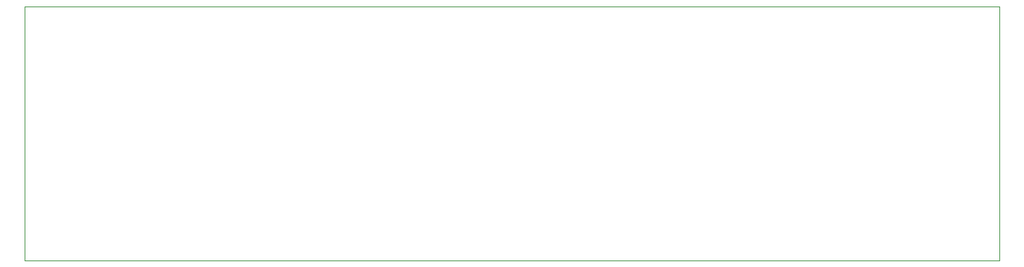
<source format=gbr>
%TF.GenerationSoftware,KiCad,Pcbnew,8.0.0*%
%TF.CreationDate,2024-12-16T23:26:22-03:00*%
%TF.ProjectId,AC220vtoDC3v3,41433232-3076-4746-9f44-433376332e6b,rev?*%
%TF.SameCoordinates,Original*%
%TF.FileFunction,Profile,NP*%
%FSLAX46Y46*%
G04 Gerber Fmt 4.6, Leading zero omitted, Abs format (unit mm)*
G04 Created by KiCad (PCBNEW 8.0.0) date 2024-12-16 23:26:22*
%MOMM*%
%LPD*%
G01*
G04 APERTURE LIST*
%TA.AperFunction,Profile*%
%ADD10C,0.050000*%
%TD*%
G04 APERTURE END LIST*
D10*
X45670000Y-31250000D02*
X159650000Y-31250000D01*
X159650000Y-60990000D01*
X45670000Y-60990000D01*
X45670000Y-31250000D01*
M02*

</source>
